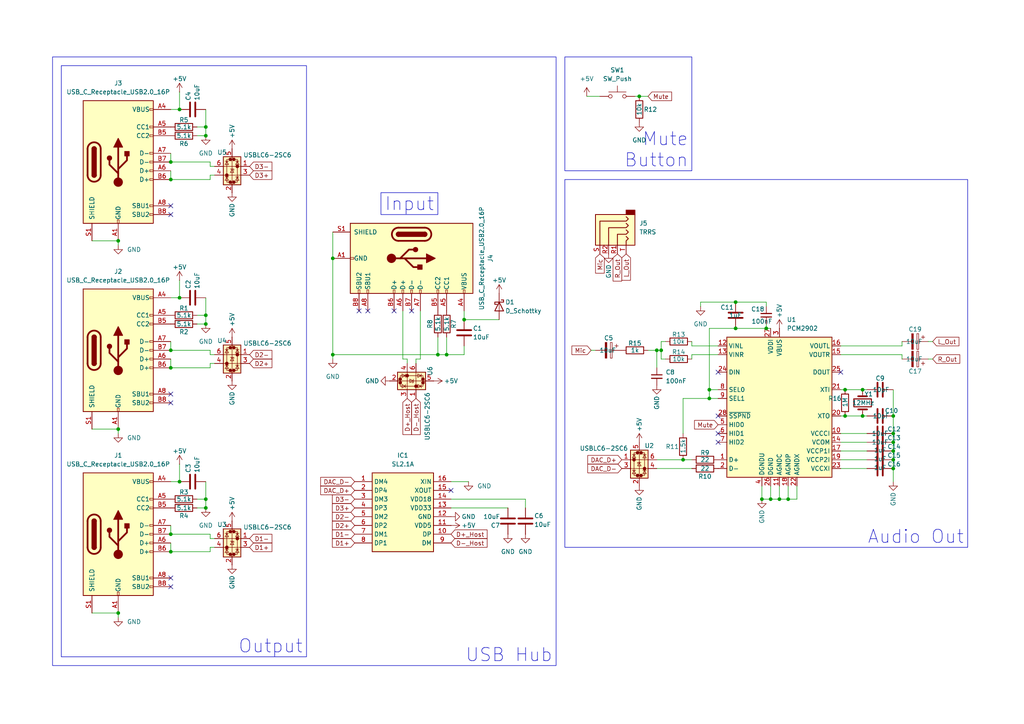
<source format=kicad_sch>
(kicad_sch (version 20250114) (generator "eeschema") (generator_version "9.0")
  (paper "A4")
  (lib_symbols
    (symbol "Audio:PCM2902"
      (property "Reference" "U" (at -14.732 21.59 0))
      (property "Value" "PCM2902" (at 10.922 21.59 0))
      (symbol "PCM2902_1_1"
        (pin input line (at -17.78 17.78 0) (length 2.54) (name "VINL") (number "12"))
        (pin input line (at -17.78 15.24 0) (length 2.54) (name "VINR") (number "13"))
        (pin input line (at -17.78 10.16 0) (length 2.54) (name "DIN") (number "24"))
        (pin input line (at -17.78 5.08 0) (length 2.54) (name "SEL0") (number "8"))
        (pin input line (at -17.78 2.54 0) (length 2.54) (name "SEL1") (number "9"))
        (pin output line (at -17.78 -2.54 0) (length 2.54) (name "~{SSPND}") (number "28"))
        (pin input line (at -17.78 -5.08 0) (length 2.54) (name "HID0") (number "5"))
        (pin input line (at -17.78 -7.62 0) (length 2.54) (name "HID1") (number "6"))
        (pin input line (at -17.78 -10.16 0) (length 2.54) (name "HID2") (number "7"))
        (pin bidirectional line (at -17.78 -15.24 0) (length 2.54) (name "D+") (number "1"))
        (pin bidirectional line (at -17.78 -17.78 0) (length 2.54) (name "D-") (number "2"))
        (pin power_in line (at -5.08 -22.86 90) (length 2.54) (name "DGNDU") (number "4"))
        (pin power_out line (at -2.54 22.86 270) (length 2.54) (name "VDDI") (number "27"))
        (pin power_in line (at -2.54 -22.86 90) (length 2.54) (name "DGND") (number "26"))
        (pin power_in line (at 0 22.86 270) (length 2.54) (name "VBUS") (number "3"))
        (pin power_in line (at 0 -22.86 90) (length 2.54) (name "AGNDC") (number "11"))
        (pin power_in line (at 2.54 -22.86 90) (length 2.54) (name "AGNDP") (number "18"))
        (pin power_in line (at 5.08 -22.86 90) (length 2.54) (name "AGNDX") (number "22"))
        (pin output line (at 17.78 17.78 180) (length 2.54) (name "VOUTL") (number "16"))
        (pin output line (at 17.78 15.24 180) (length 2.54) (name "VOUTR") (number "15"))
        (pin output line (at 17.78 10.16 180) (length 2.54) (name "DOUT") (number "25"))
        (pin input line (at 17.78 5.08 180) (length 2.54) (name "XTI") (number "21"))
        (pin output line (at 17.78 -2.54 180) (length 2.54) (name "XTO") (number "20"))
        (pin passive line (at 17.78 -7.62 180) (length 2.54) (name "VCCCI") (number "10"))
        (pin passive line (at 17.78 -10.16 180) (length 2.54) (name "VCOM") (number "14"))
        (pin passive line (at 17.78 -12.7 180) (length 2.54) (name "VCCP1I") (number "17"))
        (pin passive line (at 17.78 -15.24 180) (length 2.54) (name "VCCP2I") (number "19"))
        (pin passive line (at 17.78 -17.78 180) (length 2.54) (name "VCCXI") (number "23"))
      )
    )
    (symbol "Connector:USB_C_Receptacle_USB2.0_16P" (pin_names (offset 1.016))
      (property "Reference" "J" (at 0 22.225 0))
      (property "Value" "USB_C_Receptacle_USB2.0_16P" (at 0 19.685 0))
      (symbol "USB_C_Receptacle_USB2.0_16P_1_1"
        (pin passive line (at -7.62 -22.86 90) (length 5.08) (name "SHIELD") (number "S1"))
        (pin passive line (at 0 -22.86 90) (length 5.08) (name "GND") (number "A1"))
        (pin passive line (at 0 -22.86 90) (length 5.08) (hide yes) (name "GND") (number "A12"))
        (pin passive line (at 0 -22.86 90) (length 5.08) (hide yes) (name "GND") (number "B1"))
        (pin passive line (at 0 -22.86 90) (length 5.08) (hide yes) (name "GND") (number "B12"))
        (pin passive line (at 15.24 15.24 180) (length 5.08) (name "VBUS") (number "A4"))
        (pin passive line (at 15.24 15.24 180) (length 5.08) (hide yes) (name "VBUS") (number "A9"))
        (pin passive line (at 15.24 15.24 180) (length 5.08) (hide yes) (name "VBUS") (number "B4"))
        (pin passive line (at 15.24 15.24 180) (length 5.08) (hide yes) (name "VBUS") (number "B9"))
        (pin bidirectional line (at 15.24 10.16 180) (length 5.08) (name "CC1") (number "A5"))
        (pin bidirectional line (at 15.24 7.62 180) (length 5.08) (name "CC2") (number "B5"))
        (pin bidirectional line (at 15.24 2.54 180) (length 5.08) (name "D-") (number "A7"))
        (pin bidirectional line (at 15.24 0 180) (length 5.08) (name "D-") (number "B7"))
        (pin bidirectional line (at 15.24 -2.54 180) (length 5.08) (name "D+") (number "A6"))
        (pin bidirectional line (at 15.24 -5.08 180) (length 5.08) (name "D+") (number "B6"))
        (pin bidirectional line (at 15.24 -12.7 180) (length 5.08) (name "SBU1") (number "A8"))
        (pin bidirectional line (at 15.24 -15.24 180) (length 5.08) (name "SBU2") (number "B8"))
      )
    )
    (symbol "Connector_Audio:AudioJack4"
      (property "Reference" "J" (at 0 8.89 0))
      (property "Value" "AudioJack4" (at 0 6.35 0))
      (symbol "AudioJack4_1_1"
        (pin passive line (at 5.08 2.54 180) (length 2.54) (name "~") (number "S"))
        (pin passive line (at 5.08 0 180) (length 2.54) (name "~") (number "R2"))
        (pin passive line (at 5.08 -2.54 180) (length 2.54) (name "~") (number "R1"))
        (pin passive line (at 5.08 -5.08 180) (length 2.54) (name "~") (number "T"))
      )
    )
    (symbol "Device:C" (pin_numbers (hide yes)) (pin_names (offset 0.254))
      (property "Reference" "C" (at 0.635 2.54 0))
      (property "Value" "C" (at 0.635 -2.54 0))
      (symbol "C_1_1"
        (pin passive line (at 0 3.81 270) (length 2.794) (name "~") (number "1"))
        (pin passive line (at 0 -3.81 90) (length 2.794) (name "~") (number "2"))
      )
    )
    (symbol "Device:C_Polarized" (pin_numbers (hide yes)) (pin_names (offset 0.254))
      (property "Reference" "C" (at 0.635 2.54 0))
      (property "Value" "C_Polarized" (at 0.635 -2.54 0))
      (symbol "C_Polarized_1_1"
        (pin passive line (at 0 3.81 270) (length 2.794) (name "~") (number "1"))
        (pin passive line (at 0 -3.81 90) (length 2.794) (name "~") (number "2"))
      )
    )
    (symbol "Device:C_Small" (pin_numbers (hide yes)) (pin_names (offset 0.254) (hide yes))
      (property "Reference" "C" (at 0.254 1.778 0))
      (property "Value" "C_Small" (at 0.254 -2.032 0))
      (symbol "C_Small_1_1"
        (pin passive line (at 0 2.54 270) (length 2.032) (name "~") (number "1"))
        (pin passive line (at 0 -2.54 90) (length 2.032) (name "~") (number "2"))
      )
    )
    (symbol "Device:Crystal" (pin_numbers (hide yes)) (pin_names (offset 1.016) (hide yes))
      (property "Reference" "Y" (at 0 3.81 0))
      (property "Value" "Crystal" (at 0 -3.81 0))
      (symbol "Crystal_1_1"
        (pin passive line (at -3.81 0 0) (length 1.27) (name "1") (number "1"))
        (pin passive line (at 3.81 0 180) (length 1.27) (name "2") (number "2"))
      )
    )
    (symbol "Device:D_Schottky" (pin_numbers (hide yes)) (pin_names (offset 1.016) (hide yes))
      (property "Reference" "D" (at 0 2.54 0))
      (property "Value" "D_Schottky" (at 0 -2.54 0))
      (symbol "D_Schottky_1_1"
        (pin passive line (at -3.81 0 0) (length 2.54) (name "K") (number "1"))
        (pin passive line (at 3.81 0 180) (length 2.54) (name "A") (number "2"))
      )
    )
    (symbol "Device:R" (pin_numbers (hide yes)) (pin_names (offset 0))
      (property "Reference" "R" (at 2.032 0 90))
      (property "Value" "R" (at 0 0 90))
      (symbol "R_1_1"
        (pin passive line (at 0 3.81 270) (length 1.27) (name "~") (number "1"))
        (pin passive line (at 0 -3.81 90) (length 1.27) (name "~") (number "2"))
      )
    )
    (symbol "Power_Protection:USBLC6-2SC6" (pin_names (hide yes))
      (property "Reference" "U" (at 0.635 5.715 0))
      (property "Value" "USBLC6-2SC6" (at 0.635 3.81 0))
      (symbol "USBLC6-2SC6_1_1"
        (pin passive line (at -5.08 0 0) (length 2.54) (name "I/O1") (number "1"))
        (pin passive line (at -5.08 -2.54 0) (length 2.54) (name "I/O2") (number "3"))
        (pin passive line (at 0 5.08 270) (length 2.54) (name "VBUS") (number "5"))
        (pin passive line (at 0 -7.62 90) (length 2.54) (name "GND") (number "2"))
        (pin passive line (at 5.08 0 180) (length 2.54) (name "I/O1") (number "6"))
        (pin passive line (at 5.08 -2.54 180) (length 2.54) (name "I/O2") (number "4"))
      )
    )
    (symbol "SL2_1A:SL2.1A"
      (property "Reference" "IC" (at 24.13 7.62 0))
      (property "Value" "SL2.1A" (at 24.13 5.08 0))
      (symbol "SL2.1A_1_1"
        (pin passive line (at 0 0 0) (length 5.08) (name "DM4") (number "1"))
        (pin passive line (at 0 -2.54 0) (length 5.08) (name "DP4") (number "2"))
        (pin passive line (at 0 -5.08 0) (length 5.08) (name "DM3") (number "3"))
        (pin passive line (at 0 -7.62 0) (length 5.08) (name "DP3") (number "4"))
        (pin passive line (at 0 -10.16 0) (length 5.08) (name "DM2") (number "5"))
        (pin passive line (at 0 -12.7 0) (length 5.08) (name "DP2") (number "6"))
        (pin passive line (at 0 -15.24 0) (length 5.08) (name "DM1") (number "7"))
        (pin passive line (at 0 -17.78 0) (length 5.08) (name "DP1") (number "8"))
        (pin passive line (at 27.94 0 180) (length 5.08) (name "XIN") (number "16"))
        (pin passive line (at 27.94 -2.54 180) (length 5.08) (name "XOUT") (number "15"))
        (pin passive line (at 27.94 -5.08 180) (length 5.08) (name "VDD18") (number "14"))
        (pin passive line (at 27.94 -7.62 180) (length 5.08) (name "VDD33") (number "13"))
        (pin passive line (at 27.94 -10.16 180) (length 5.08) (name "GND") (number "12"))
        (pin passive line (at 27.94 -12.7 180) (length 5.08) (name "VDD5") (number "11"))
        (pin passive line (at 27.94 -15.24 180) (length 5.08) (name "DP") (number "10"))
        (pin passive line (at 27.94 -17.78 180) (length 5.08) (name "DM") (number "9"))
      )
    )
    (symbol "Switch:SW_Push" (pin_numbers (hide yes)) (pin_names (offset 1.016) (hide yes))
      (property "Reference" "SW" (at 1.27 2.54 0))
      (property "Value" "SW_Push" (at 0 -1.524 0))
      (symbol "SW_Push_0_1"
        (pin passive line (at -5.08 0 0) (length 2.54) (name "1") (number "1"))
        (pin passive line (at 5.08 0 180) (length 2.54) (name "2") (number "2"))
      )
    )
    (symbol "power:+5V" (power) (pin_numbers (hide yes)) (pin_names (offset 0) (hide yes))
      (property "Value" "+5V" (at 0 3.556 0))
      (symbol "+5V_1_1"
        (pin power_in line (at 0 0 90) (length 0) (name "~") (number "1"))
      )
    )
    (symbol "power:GND" (power) (pin_numbers (hide yes)) (pin_names (offset 0) (hide yes))
      (property "Value" "GND" (at 0 -3.81 0))
      (symbol "GND_1_1"
        (pin power_in line (at 0 0 270) (length 0) (name "~") (number "1"))
      )
    )
  )
  (text_box "Audio Out" (at 163.83 52.07 0) (size 116.84 106.68) (margins 0.9525 0.9525 0.9525 0.9525) (effects (font (size 3.81 3.81)) (justify right bottom)))
  (text_box "USB Hub" (at 15.24 16.51 0) (size 146.05 176.53) (margins 0.9525 0.9525 0.9525 0.9525) (effects (font (size 3.81 3.81)) (justify right bottom)))
  (text_box "Output" (at 17.78 19.05 0) (size 71.12 171.45) (margins 0.9525 0.9525 0.9525 0.9525) (effects (font (size 3.81 3.81)) (justify right bottom)))
  (text_box "Input" (at 110.49 55.88 0) (size 16.51 6.35) (margins 0.9525 0.9525 0.9525 0.9525) (effects (font (size 3.81 3.81)) (justify right bottom)))
  (text_box "Mute Button" (at 163.83 16.51 0) (size 36.83 33.02) (margins 0.9525 0.9525 0.9525 0.9525) (effects (font (size 3.81 3.81)) (justify right bottom)))
  (junction (at 34.29 69.85))
  (junction (at 127 102.87))
  (junction (at 49.53 160.02))
  (junction (at 205.74 113.03))
  (junction (at 250.19 113.03))
  (junction (at 223.52 144.78))
  (junction (at 259.08 133.35))
  (junction (at 245.11 113.03))
  (junction (at 49.53 106.68))
  (junction (at 213.36 87.63))
  (junction (at 259.08 125.73))
  (junction (at 34.29 177.8))
  (junction (at 59.69 91.44))
  (junction (at 191.77 101.6))
  (junction (at 49.53 46.99))
  (junction (at 228.6 144.78))
  (junction (at 52.07 31.75))
  (junction (at 59.69 147.32))
  (junction (at 59.69 36.83))
  (junction (at 259.08 130.81))
  (junction (at 190.5 101.6))
  (junction (at 129.54 102.87))
  (junction (at 259.08 120.65))
  (junction (at 49.53 154.94))
  (junction (at 222.25 95.25))
  (junction (at 205.74 115.57))
  (junction (at 226.06 144.78))
  (junction (at 34.29 124.46))
  (junction (at 185.42 27.94))
  (junction (at 213.36 95.25))
  (junction (at 96.52 102.87))
  (junction (at 259.08 135.89))
  (junction (at 245.11 120.65))
  (junction (at 49.53 52.07))
  (junction (at 59.69 144.78))
  (junction (at 52.07 139.7))
  (junction (at 134.62 92.71))
  (junction (at 259.08 128.27))
  (junction (at 96.52 74.93))
  (junction (at 59.69 93.98))
  (junction (at 52.07 86.36))
  (junction (at 49.53 101.6))
  (junction (at 59.69 39.37))
  (junction (at 250.19 120.65))
  (junction (at 198.12 133.35))
  (junction (at 220.98 144.78))
  (no_connect (at 243.84 107.95))
  (no_connect (at 208.28 128.27))
  (no_connect (at 130.81 142.24))
  (no_connect (at 114.3 90.17))
  (no_connect (at 208.28 120.65))
  (no_connect (at 104.14 90.17))
  (no_connect (at 208.28 107.95))
  (no_connect (at 49.53 59.69))
  (no_connect (at 49.53 167.64))
  (no_connect (at 49.53 62.23))
  (no_connect (at 119.38 90.17))
  (no_connect (at 49.53 170.18))
  (no_connect (at 49.53 114.3))
  (no_connect (at 208.28 125.73))
  (no_connect (at 106.68 90.17))
  (no_connect (at 49.53 116.84))
  (wire (pts (xy 129.54 97.79) (xy 129.54 102.87)))
  (wire (pts (xy 243.84 130.81) (xy 251.46 130.81)))
  (wire (pts (xy 52.07 86.36) (xy 49.53 86.36)))
  (wire (pts (xy 49.53 157.48) (xy 49.53 160.02)))
  (wire (pts (xy 190.5 101.6) (xy 190.5 106.68)))
  (wire (pts (xy 226.06 144.78) (xy 223.52 144.78)))
  (wire (pts (xy 52.07 134.62) (xy 52.07 139.7)))
  (wire (pts (xy 34.29 177.8) (xy 34.29 179.07)))
  (wire (pts (xy 228.6 144.78) (xy 226.06 144.78)))
  (wire (pts (xy 222.25 87.63) (xy 222.25 88.9)))
  (wire (pts (xy 134.62 92.71) (xy 134.62 90.17)))
  (wire (pts (xy 60.96 46.99) (xy 60.96 48.26)))
  (wire (pts (xy 62.23 158.75) (xy 60.96 158.75)))
  (wire (pts (xy 205.74 113.03) (xy 205.74 115.57)))
  (wire (pts (xy 120.65 104.14) (xy 120.65 105.41)))
  (wire (pts (xy 250.19 113.03) (xy 251.46 113.03)))
  (wire (pts (xy 190.5 133.35) (xy 198.12 133.35)))
  (wire (pts (xy 49.53 152.4) (xy 49.53 154.94)))
  (wire (pts (xy 60.96 105.41) (xy 60.96 106.68)))
  (wire (pts (xy 130.81 139.7) (xy 135.89 139.7)))
  (wire (pts (xy 60.96 106.68) (xy 49.53 106.68)))
  (wire (pts (xy 223.52 144.78) (xy 220.98 144.78)))
  (wire (pts (xy 134.62 102.87) (xy 134.62 100.33)))
  (wire (pts (xy 245.11 120.65) (xy 250.19 120.65)))
  (wire (pts (xy 261.62 102.87) (xy 261.62 104.14)))
  (wire (pts (xy 62.23 105.41) (xy 60.96 105.41)))
  (wire (pts (xy 226.06 140.97) (xy 226.06 144.78)))
  (wire (pts (xy 200.66 100.33) (xy 200.66 99.06)))
  (wire (pts (xy 205.74 95.25) (xy 205.74 113.03)))
  (wire (pts (xy 60.96 156.21) (xy 62.23 156.21)))
  (wire (pts (xy 60.96 160.02) (xy 49.53 160.02)))
  (wire (pts (xy 205.74 95.25) (xy 213.36 95.25)))
  (wire (pts (xy 259.08 135.89) (xy 259.08 139.7)))
  (wire (pts (xy 200.66 102.87) (xy 208.28 102.87)))
  (wire (pts (xy 259.08 113.03) (xy 259.08 120.65)))
  (wire (pts (xy 185.42 27.94) (xy 184.15 27.94)))
  (wire (pts (xy 152.4 147.32) (xy 152.4 144.78)))
  (wire (pts (xy 129.54 102.87) (xy 127 102.87)))
  (wire (pts (xy 269.24 99.06) (xy 270.51 99.06)))
  (wire (pts (xy 118.11 105.41) (xy 118.11 104.14)))
  (wire (pts (xy 191.77 99.06) (xy 193.04 99.06)))
  (wire (pts (xy 59.69 36.83) (xy 59.69 39.37)))
  (wire (pts (xy 52.07 31.75) (xy 49.53 31.75)))
  (wire (pts (xy 96.52 67.31) (xy 96.52 74.93)))
  (wire (pts (xy 49.53 99.06) (xy 49.53 101.6)))
  (wire (pts (xy 49.53 154.94) (xy 60.96 154.94)))
  (wire (pts (xy 59.69 39.37) (xy 57.15 39.37)))
  (wire (pts (xy 259.08 130.81) (xy 259.08 133.35)))
  (wire (pts (xy 52.07 81.28) (xy 52.07 86.36)))
  (wire (pts (xy 52.07 26.67) (xy 52.07 31.75)))
  (wire (pts (xy 60.96 102.87) (xy 62.23 102.87)))
  (wire (pts (xy 250.19 120.65) (xy 251.46 120.65)))
  (wire (pts (xy 203.2 87.63) (xy 213.36 87.63)))
  (wire (pts (xy 243.84 100.33) (xy 261.62 100.33)))
  (wire (pts (xy 222.25 93.98) (xy 222.25 95.25)))
  (wire (pts (xy 26.67 177.8) (xy 34.29 177.8)))
  (wire (pts (xy 59.69 91.44) (xy 59.69 93.98)))
  (wire (pts (xy 190.5 135.89) (xy 200.66 135.89)))
  (wire (pts (xy 259.08 120.65) (xy 259.08 125.73)))
  (wire (pts (xy 59.69 36.83) (xy 57.15 36.83)))
  (wire (pts (xy 96.52 102.87) (xy 96.52 104.14)))
  (wire (pts (xy 243.84 125.73) (xy 251.46 125.73)))
  (wire (pts (xy 243.84 135.89) (xy 251.46 135.89)))
  (wire (pts (xy 198.12 133.35) (xy 200.66 133.35)))
  (wire (pts (xy 127 97.79) (xy 127 102.87)))
  (wire (pts (xy 130.81 144.78) (xy 152.4 144.78)))
  (wire (pts (xy 208.28 113.03) (xy 205.74 113.03)))
  (wire (pts (xy 190.5 101.6) (xy 191.77 101.6)))
  (wire (pts (xy 59.69 93.98) (xy 57.15 93.98)))
  (wire (pts (xy 205.74 115.57) (xy 208.28 115.57)))
  (wire (pts (xy 62.23 50.8) (xy 60.96 50.8)))
  (wire (pts (xy 60.96 52.07) (xy 49.53 52.07)))
  (wire (pts (xy 49.53 49.53) (xy 49.53 52.07)))
  (wire (pts (xy 26.67 69.85) (xy 34.29 69.85)))
  (wire (pts (xy 59.69 147.32) (xy 57.15 147.32)))
  (wire (pts (xy 127 102.87) (xy 96.52 102.87)))
  (wire (pts (xy 198.12 125.73) (xy 198.12 115.57)))
  (wire (pts (xy 116.84 104.14) (xy 116.84 90.17)))
  (wire (pts (xy 130.81 147.32) (xy 147.32 147.32)))
  (wire (pts (xy 59.69 144.78) (xy 59.69 147.32)))
  (wire (pts (xy 129.54 102.87) (xy 134.62 102.87)))
  (wire (pts (xy 121.92 90.17) (xy 121.92 104.14)))
  (wire (pts (xy 223.52 140.97) (xy 223.52 144.78)))
  (wire (pts (xy 96.52 74.93) (xy 96.52 102.87)))
  (wire (pts (xy 198.12 115.57) (xy 205.74 115.57)))
  (wire (pts (xy 60.96 101.6) (xy 60.96 102.87)))
  (wire (pts (xy 49.53 46.99) (xy 60.96 46.99)))
  (wire (pts (xy 220.98 144.78) (xy 220.98 140.97)))
  (wire (pts (xy 59.69 91.44) (xy 57.15 91.44)))
  (wire (pts (xy 243.84 120.65) (xy 245.11 120.65)))
  (wire (pts (xy 269.24 104.14) (xy 270.51 104.14)))
  (wire (pts (xy 203.2 87.63) (xy 203.2 88.9)))
  (wire (pts (xy 59.69 91.44) (xy 59.69 86.36)))
  (wire (pts (xy 49.53 44.45) (xy 49.53 46.99)))
  (wire (pts (xy 49.53 101.6) (xy 60.96 101.6)))
  (wire (pts (xy 118.11 104.14) (xy 116.84 104.14)))
  (wire (pts (xy 187.96 101.6) (xy 190.5 101.6)))
  (wire (pts (xy 261.62 100.33) (xy 261.62 99.06)))
  (wire (pts (xy 187.96 27.94) (xy 185.42 27.94)))
  (wire (pts (xy 259.08 133.35) (xy 259.08 135.89)))
  (wire (pts (xy 191.77 99.06) (xy 191.77 101.6)))
  (wire (pts (xy 191.77 101.6) (xy 191.77 104.14)))
  (wire (pts (xy 59.69 144.78) (xy 57.15 144.78)))
  (wire (pts (xy 60.96 48.26) (xy 62.23 48.26)))
  (wire (pts (xy 200.66 100.33) (xy 208.28 100.33)))
  (wire (pts (xy 243.84 113.03) (xy 245.11 113.03)))
  (wire (pts (xy 49.53 104.14) (xy 49.53 106.68)))
  (wire (pts (xy 60.96 158.75) (xy 60.96 160.02)))
  (wire (pts (xy 191.77 104.14) (xy 193.04 104.14)))
  (wire (pts (xy 245.11 113.03) (xy 250.19 113.03)))
  (wire (pts (xy 231.14 144.78) (xy 228.6 144.78)))
  (wire (pts (xy 259.08 125.73) (xy 259.08 128.27)))
  (wire (pts (xy 200.66 104.14) (xy 200.66 102.87)))
  (wire (pts (xy 228.6 140.97) (xy 228.6 144.78)))
  (wire (pts (xy 243.84 128.27) (xy 251.46 128.27)))
  (wire (pts (xy 34.29 69.85) (xy 34.29 71.12)))
  (wire (pts (xy 134.62 92.71) (xy 144.78 92.71)))
  (wire (pts (xy 213.36 87.63) (xy 222.25 87.63)))
  (wire (pts (xy 59.69 36.83) (xy 59.69 31.75)))
  (wire (pts (xy 243.84 133.35) (xy 251.46 133.35)))
  (wire (pts (xy 121.92 104.14) (xy 120.65 104.14)))
  (wire (pts (xy 60.96 154.94) (xy 60.96 156.21)))
  (wire (pts (xy 34.29 125.73) (xy 34.29 124.46)))
  (wire (pts (xy 231.14 140.97) (xy 231.14 144.78)))
  (wire (pts (xy 222.25 95.25) (xy 223.52 95.25)))
  (wire (pts (xy 52.07 139.7) (xy 49.53 139.7)))
  (wire (pts (xy 259.08 128.27) (xy 259.08 130.81)))
  (wire (pts (xy 171.45 101.6) (xy 172.72 101.6)))
  (wire (pts (xy 59.69 139.7) (xy 59.69 144.78)))
  (wire (pts (xy 170.18 27.94) (xy 173.99 27.94)))
  (wire (pts (xy 60.96 50.8) (xy 60.96 52.07)))
  (wire (pts (xy 213.36 95.25) (xy 222.25 95.25)))
  (wire (pts (xy 243.84 102.87) (xy 261.62 102.87)))
  (wire (pts (xy 26.67 124.46) (xy 34.29 124.46)))
  (global_label "D+_Host" (shape input) (at 118.11 115.57 270) (property "Intersheetrefs" "${INTERSHEET_REFS}" (effects (hide yes))))
  (global_label "DAC_D+" (shape input) (at 180.34 133.35 180) (property "Intersheetrefs" "${INTERSHEET_REFS}" (effects (hide yes))))
  (global_label "DAC_D-" (shape input) (at 180.34 135.89 180) (property "Intersheetrefs" "${INTERSHEET_REFS}" (effects (hide yes))))
  (global_label "R_Out" (shape input) (at 270.51 104.14 0) (property "Intersheetrefs" "${INTERSHEET_REFS}" (effects (hide yes))))
  (global_label "D3-" (shape input) (at 72.39 48.26 0) (property "Intersheetrefs" "${INTERSHEET_REFS}" (effects (hide yes))))
  (global_label "D3+" (shape input) (at 72.39 50.8 0) (property "Intersheetrefs" "${INTERSHEET_REFS}" (effects (hide yes))))
  (global_label "D3-" (shape input) (at 102.87 144.78 180) (property "Intersheetrefs" "${INTERSHEET_REFS}" (effects (hide yes))))
  (global_label "Mic" (shape input) (at 173.99 73.66 270) (property "Intersheetrefs" "${INTERSHEET_REFS}" (effects (hide yes))))
  (global_label "D1-" (shape input) (at 72.39 156.21 0) (property "Intersheetrefs" "${INTERSHEET_REFS}" (effects (hide yes))))
  (global_label "D2+" (shape input) (at 72.39 105.41 0) (property "Intersheetrefs" "${INTERSHEET_REFS}" (effects (hide yes))))
  (global_label "R_Out" (shape input) (at 179.07 73.66 270) (property "Intersheetrefs" "${INTERSHEET_REFS}" (effects (hide yes))))
  (global_label "D1+" (shape input) (at 72.39 158.75 0) (property "Intersheetrefs" "${INTERSHEET_REFS}" (effects (hide yes))))
  (global_label "D1-" (shape input) (at 102.87 154.94 180) (property "Intersheetrefs" "${INTERSHEET_REFS}" (effects (hide yes))))
  (global_label "D-_Host" (shape input) (at 120.65 115.57 270) (property "Intersheetrefs" "${INTERSHEET_REFS}" (effects (hide yes))))
  (global_label "D2+" (shape input) (at 102.87 152.4 180) (property "Intersheetrefs" "${INTERSHEET_REFS}" (effects (hide yes))))
  (global_label "Mute" (shape input) (at 187.96 27.94 0) (property "Intersheetrefs" "${INTERSHEET_REFS}" (effects (hide yes))))
  (global_label "L_Out" (shape input) (at 181.61 73.66 270) (property "Intersheetrefs" "${INTERSHEET_REFS}" (effects (hide yes))))
  (global_label "D2-" (shape input) (at 102.87 149.86 180) (property "Intersheetrefs" "${INTERSHEET_REFS}" (effects (hide yes))))
  (global_label "Mute" (shape input) (at 208.28 123.19 180) (property "Intersheetrefs" "${INTERSHEET_REFS}" (effects (hide yes))))
  (global_label "L_Out" (shape input) (at 270.51 99.06 0) (property "Intersheetrefs" "${INTERSHEET_REFS}" (effects (hide yes))))
  (global_label "DAC_D+" (shape input) (at 102.87 142.24 180) (property "Intersheetrefs" "${INTERSHEET_REFS}" (effects (hide yes))))
  (global_label "D+_Host" (shape input) (at 130.81 154.94 0) (property "Intersheetrefs" "${INTERSHEET_REFS}" (effects (hide yes))))
  (global_label "DAC_D-" (shape input) (at 102.87 139.7 180) (property "Intersheetrefs" "${INTERSHEET_REFS}" (effects (hide yes))))
  (global_label "Mic" (shape input) (at 171.45 101.6 180) (property "Intersheetrefs" "${INTERSHEET_REFS}" (effects (hide yes))))
  (global_label "D2-" (shape input) (at 72.39 102.87 0) (property "Intersheetrefs" "${INTERSHEET_REFS}" (effects (hide yes))))
  (global_label "D3+" (shape input) (at 102.87 147.32 180) (property "Intersheetrefs" "${INTERSHEET_REFS}" (effects (hide yes))))
  (global_label "D1+" (shape input) (at 102.87 157.48 180) (property "Intersheetrefs" "${INTERSHEET_REFS}" (effects (hide yes))))
  (global_label "D-_Host" (shape input) (at 130.81 157.48 0) (property "Intersheetrefs" "${INTERSHEET_REFS}" (effects (hide yes))))
  (symbol (lib_id "Device:R") (at 245.11 116.84 0) (mirror y) (unit 1)
    (property "Reference" "R16" (at 244.094 115.57 0) (effects (justify left)))
    (property "Value" "1M" (at 245.11 118.11 90) (effects (justify left)))
    (property "Footprint" "Resistor_SMD:R_1206_3216Metric_Pad1.30x1.75mm_HandSolder" (effects (hide yes)))
    (property "Description" "Resistor" (effects (hide yes)))
  )
  (symbol (lib_id "Device:C") (at 255.27 128.27 90) (unit 1)
    (property "Reference" "C13" (at 259.334 127 90))
    (property "Value" "10uF" (at 255.27 128.27 90))
    (property "Footprint" "Capacitor_SMD:C_1206_3216Metric_Pad1.33x1.80mm_HandSolder" (effects (hide yes)))
    (property "Description" "Unpolarized capacitor" (effects (hide yes)))
  )
  (symbol (lib_id "Device:R") (at 185.42 31.75 0) (unit 1)
    (property "Reference" "R12" (at 186.69 31.75 0) (effects (justify left)))
    (property "Value" "10k" (at 185.42 33.528 90) (effects (justify left)))
    (property "Footprint" "Resistor_SMD:R_1206_3216Metric_Pad1.30x1.75mm_HandSolder" (effects (hide yes)))
    (property "Description" "Resistor" (effects (hide yes)))
  )
  (symbol (lib_id "Connector:USB_C_Receptacle_USB2.0_16P") (at 34.29 101.6 0) (unit 1)
    (property "Reference" "J2" (at 34.29 78.74 0))
    (property "Value" "USB_C_Receptacle_USB2.0_16P" (at 34.29 81.28 0))
    (property "Footprint" "Connector_USB:USB_C_Receptacle_GCT_USB4110" (effects (hide yes)))
    (property "Datasheet" "https://www.usb.org/sites/default/files/documents/usb_type-c.zip" (effects (hide yes)))
    (property "Description" "USB 2.0-only 16P Type-C Receptacle connector" (effects (hide yes)))
  )
  (symbol (lib_id "power:+5V") (at 170.18 27.94 0) (unit 1)
    (property "Reference" "#PWR09" (effects (hide yes)))
    (property "Value" "+5V" (at 170.18 22.86 0))
    (property "Description" "Power symbol creates a global label with name \"+5V\"" (effects (hide yes)))
  )
  (symbol (lib_id "power:+5V") (at 67.31 97.79 0) (unit 1)
    (property "Reference" "#PWR019" (effects (hide yes)))
    (property "Value" "+5V" (at 67.31 94.742 90) (effects (justify left)))
    (property "Description" "Power symbol creates a global label with name \"+5V\"" (effects (hide yes)))
  )
  (symbol (lib_id "Device:C") (at 152.4 151.13 180) (unit 1)
    (property "Reference" "C6" (at 154.94 149.606 0) (effects (justify right)))
    (property "Value" "10uF" (at 154.94 152.146 0) (effects (justify right)))
    (property "Footprint" "Capacitor_SMD:C_1206_3216Metric_Pad1.33x1.80mm_HandSolder" (effects (hide yes)))
    (property "Description" "Unpolarized capacitor" (effects (hide yes)))
  )
  (symbol (lib_id "Device:C") (at 147.32 151.13 180) (unit 1)
    (property "Reference" "C7" (at 145.034 152.4 0) (effects (justify left)))
    (property "Value" "10uF" (at 145.034 149.86 0) (effects (justify left)))
    (property "Footprint" "Capacitor_SMD:C_1206_3216Metric_Pad1.33x1.80mm_HandSolder" (effects (hide yes)))
    (property "Description" "Unpolarized capacitor" (effects (hide yes)))
  )
  (symbol (lib_id "Device:C") (at 255.27 125.73 90) (unit 1)
    (property "Reference" "C12" (at 259.334 124.46 90))
    (property "Value" "10uF" (at 255.27 125.73 90))
    (property "Footprint" "Capacitor_SMD:C_1206_3216Metric_Pad1.33x1.80mm_HandSolder" (effects (hide yes)))
    (property "Description" "Unpolarized capacitor" (effects (hide yes)))
  )
  (symbol (lib_id "Device:C") (at 255.27 113.03 90) (unit 1)
    (property "Reference" "C9" (at 255.27 109.728 90))
    (property "Value" "10pF" (at 255.524 113.03 90))
    (property "Footprint" "Capacitor_SMD:C_1206_3216Metric_Pad1.33x1.80mm_HandSolder" (effects (hide yes)))
    (property "Description" "Unpolarized capacitor" (effects (hide yes)))
  )
  (symbol (lib_id "power:GND") (at 59.69 147.32 0) (unit 1)
    (property "Reference" "#PWR031" (effects (hide yes)))
    (property "Value" "GND" (at 59.69 152.4 0))
    (property "Description" "Power symbol creates a global label with name \"GND\" , ground" (effects (hide yes)))
  )
  (symbol (lib_id "Device:R") (at 204.47 133.35 90) (unit 1)
    (property "Reference" "R9" (at 204.47 131.318 90))
    (property "Value" "22" (at 204.47 133.35 90))
    (property "Footprint" "Resistor_SMD:R_1206_3216Metric_Pad1.30x1.75mm_HandSolder" (effects (hide yes)))
    (property "Description" "Resistor" (effects (hide yes)))
  )
  (symbol (lib_id "Device:R") (at 129.54 93.98 0) (unit 1)
    (property "Reference" "R7" (at 131.572 93.98 90))
    (property "Value" "5.1k" (at 129.54 93.98 90))
    (property "Footprint" "Resistor_SMD:R_1206_3216Metric_Pad1.30x1.75mm_HandSolder" (effects (hide yes)))
    (property "Description" "Resistor" (effects (hide yes)))
  )
  (symbol (lib_id "Power_Protection:USBLC6-2SC6") (at 67.31 102.87 0) (mirror y) (unit 1)
    (property "Reference" "U4" (at 65.786 98.806 0) (effects (justify left)))
    (property "Value" "USBLC6-2SC6" (at 84.582 99.568 0) (effects (justify left)))
    (property "Footprint" "Package_TO_SOT_SMD:SOT-23-6" (effects (hide yes)))
    (property "Datasheet" "https://www.st.com/resource/en/datasheet/usblc6-2.pdf" (effects (hide yes)))
    (property "Description" "Very low capacitance ESD protection diode, 2 data-line, SOT-23-6" (effects (hide yes)))
  )
  (symbol (lib_id "power:GND") (at 113.03 110.49 270) (unit 1)
    (property "Reference" "#PWR024" (effects (hide yes)))
    (property "Value" "GND" (at 107.95 110.49 90))
    (property "Description" "Power symbol creates a global label with name \"GND\" , ground" (effects (hide yes)))
  )
  (symbol (lib_id "Device:R") (at 53.34 36.83 90) (unit 1)
    (property "Reference" "R5" (at 53.34 34.798 90))
    (property "Value" "5.1k" (at 53.34 36.83 90))
    (property "Footprint" "Resistor_SMD:R_1206_3216Metric_Pad1.30x1.75mm_HandSolder" (effects (hide yes)))
    (property "Description" "Resistor" (effects (hide yes)))
  )
  (symbol (lib_id "Device:C") (at 255.27 130.81 90) (unit 1)
    (property "Reference" "C14" (at 259.334 129.54 90))
    (property "Value" "1uF" (at 255.27 130.556 90))
    (property "Footprint" "Capacitor_SMD:C_1206_3216Metric_Pad1.33x1.80mm_HandSolder" (effects (hide yes)))
    (property "Description" "Unpolarized capacitor" (effects (hide yes)))
  )
  (symbol (lib_id "power:GND") (at 259.08 139.7 0) (unit 1)
    (property "Reference" "#PWR012" (effects (hide yes)))
    (property "Value" "GND" (at 259.08 144.78 90))
    (property "Description" "Power symbol creates a global label with name \"GND\" , ground" (effects (hide yes)))
  )
  (symbol (lib_id "Device:C_Small") (at 190.5 109.22 0) (unit 1)
    (property "Reference" "C8" (at 193.04 107.9562 0) (effects (justify left)))
    (property "Value" "100nF" (at 193.04 110.4962 0) (effects (justify left)))
    (property "Footprint" "Capacitor_SMD:C_1206_3216Metric_Pad1.33x1.80mm_HandSolder" (effects (hide yes)))
    (property "Description" "Unpolarized capacitor, small symbol" (effects (hide yes)))
  )
  (symbol (lib_id "Device:R") (at 196.85 104.14 90) (unit 1)
    (property "Reference" "R14" (at 196.85 102.108 90))
    (property "Value" "10k" (at 196.85 104.14 90))
    (property "Footprint" "Resistor_SMD:R_1206_3216Metric_Pad1.30x1.75mm_HandSolder" (effects (hide yes)))
    (property "Description" "Resistor" (effects (hide yes)))
  )
  (symbol (lib_id "power:GND") (at 96.52 104.14 0) (unit 1)
    (property "Reference" "#PWR06" (effects (hide yes)))
    (property "Value" "GND" (at 96.52 109.22 0))
    (property "Description" "Power symbol creates a global label with name \"GND\" , ground" (effects (hide yes)))
  )
  (symbol (lib_id "Switch:SW_Push") (at 179.07 27.94 0) (unit 1)
    (property "Reference" "SW1" (at 179.07 20.32 0))
    (property "Value" "SW_Push" (at 179.07 22.86 0))
    (property "Footprint" "Button_Switch_THT:SW_PUSH-12mm_Wuerth-430476085716" (effects (hide yes)))
    (property "Description" "Push button switch, generic, two pins" (effects (hide yes)))
  )
  (symbol (lib_id "Device:C") (at 55.88 86.36 270) (unit 1)
    (property "Reference" "C2" (at 54.61 83.82 0) (effects (justify right)))
    (property "Value" "10uF" (at 57.15 83.82 0) (effects (justify right)))
    (property "Footprint" "Capacitor_SMD:C_1206_3216Metric_Pad1.33x1.80mm_HandSolder" (effects (hide yes)))
    (property "Description" "Unpolarized capacitor" (effects (hide yes)))
  )
  (symbol (lib_id "Audio:PCM2902") (at 226.06 118.11 0) (unit 1)
    (property "Reference" "U1" (at 228.2033 92.71 0) (effects (justify left)))
    (property "Value" "PCM2902" (at 228.2033 95.25 0) (effects (justify left)))
    (property "Footprint" "Package_SO:SSOP-28_5.3x10.2mm_P0.65mm" (effects (hide yes)))
    (property "Datasheet" "http://www.ti.com/lit/ds/symlink/pcm2902c.pdf" (effects (hide yes)))
    (property "Description" "Stereo Audio Codec with USB interface, Analog Input/Output, and S/PDIF, SSOP-28" (effects (hide yes)))
  )
  (symbol (lib_id "Power_Protection:USBLC6-2SC6") (at 185.42 133.35 0) (unit 1)
    (property "Reference" "U2" (at 186.944 129.286 0) (effects (justify left)))
    (property "Value" "USBLC6-2SC6" (at 168.148 130.048 0) (effects (justify left)))
    (property "Footprint" "Package_TO_SOT_SMD:SOT-23-6" (effects (hide yes)))
    (property "Datasheet" "https://www.st.com/resource/en/datasheet/usblc6-2.pdf" (effects (hide yes)))
    (property "Description" "Very low capacitance ESD protection diode, 2 data-line, SOT-23-6" (effects (hide yes)))
  )
  (symbol (lib_id "power:+5V") (at 185.42 128.27 0) (unit 1)
    (property "Reference" "#PWR016" (effects (hide yes)))
    (property "Value" "+5V" (at 185.42 125.222 90) (effects (justify left)))
    (property "Description" "Power symbol creates a global label with name \"+5V\"" (effects (hide yes)))
  )
  (symbol (lib_id "power:+5V") (at 125.73 110.49 270) (unit 1)
    (property "Reference" "#PWR023" (effects (hide yes)))
    (property "Value" "+5V" (at 128.778 110.49 90) (effects (justify left)))
    (property "Description" "Power symbol creates a global label with name \"+5V\"" (effects (hide yes)))
  )
  (symbol (lib_id "power:GND") (at 34.29 179.07 0) (unit 1)
    (property "Reference" "#PWR030" (effects (hide yes)))
    (property "Value" "GND" (at 36.83 180.3399 0) (effects (justify left)))
    (property "Description" "Power symbol creates a global label with name \"GND\" , ground" (effects (hide yes)))
  )
  (symbol (lib_id "power:GND") (at 59.69 39.37 0) (unit 1)
    (property "Reference" "#PWR028" (effects (hide yes)))
    (property "Value" "GND" (at 59.69 44.45 0))
    (property "Description" "Power symbol creates a global label with name \"GND\" , ground" (effects (hide yes)))
  )
  (symbol (lib_id "Device:C") (at 213.36 91.44 0) (mirror y) (unit 1)
    (property "Reference" "C11" (at 212.852 89.154 0) (effects (justify left)))
    (property "Value" "1uF" (at 215.138 91.44 0) (effects (justify left)))
    (property "Footprint" "Capacitor_SMD:C_1206_3216Metric_Pad1.33x1.80mm_HandSolder" (effects (hide yes)))
    (property "Description" "Unpolarized capacitor" (effects (hide yes)))
  )
  (symbol (lib_id "power:+5V") (at 52.07 26.67 0) (unit 1)
    (property "Reference" "#PWR03" (effects (hide yes)))
    (property "Value" "+5V" (at 50.038 22.86 0) (effects (justify left)))
    (property "Description" "Power symbol creates a global label with name \"+5V\"" (effects (hide yes)))
  )
  (symbol (lib_id "power:GND") (at 59.69 93.98 0) (unit 1)
    (property "Reference" "#PWR029" (effects (hide yes)))
    (property "Value" "GND" (at 59.69 99.06 0))
    (property "Description" "Power symbol creates a global label with name \"GND\" , ground" (effects (hide yes)))
  )
  (symbol (lib_id "power:GND") (at 176.53 73.66 0) (unit 1)
    (property "Reference" "#PWR07" (effects (hide yes)))
    (property "Value" "GND" (at 176.53 78.74 90))
    (property "Description" "Power symbol creates a global label with name \"GND\" , ground" (effects (hide yes)))
  )
  (symbol (lib_id "power:+5V") (at 226.06 95.25 0) (unit 1)
    (property "Reference" "#PWR08" (effects (hide yes)))
    (property "Value" "+5V" (at 226.06 90.17 90))
    (property "Description" "Power symbol creates a global label with name \"+5V\"" (effects (hide yes)))
  )
  (symbol (lib_id "Device:D_Schottky") (at 144.78 88.9 270) (unit 1)
    (property "Reference" "D1" (at 146.558 87.63 90) (effects (justify left)))
    (property "Value" "D_Schottky" (at 146.558 90.17 90) (effects (justify left)))
    (property "Footprint" "Diode_SMD:D_1206_3216Metric_Pad1.42x1.75mm_HandSolder" (effects (hide yes)))
    (property "Description" "Schottky diode" (effects (hide yes)))
  )
  (symbol (lib_id "Power_Protection:USBLC6-2SC6") (at 67.31 48.26 0) (mirror y) (unit 1)
    (property "Reference" "U5" (at 65.786 44.196 0) (effects (justify left)))
    (property "Value" "USBLC6-2SC6" (at 84.582 44.958 0) (effects (justify left)))
    (property "Footprint" "Package_TO_SOT_SMD:SOT-23-6" (effects (hide yes)))
    (property "Datasheet" "https://www.st.com/resource/en/datasheet/usblc6-2.pdf" (effects (hide yes)))
    (property "Description" "Very low capacitance ESD protection diode, 2 data-line, SOT-23-6" (effects (hide yes)))
  )
  (symbol (lib_id "Device:C") (at 55.88 139.7 270) (unit 1)
    (property "Reference" "C3" (at 54.61 137.16 0) (effects (justify right)))
    (property "Value" "10uF" (at 57.15 137.16 0) (effects (justify right)))
    (property "Footprint" "Capacitor_SMD:C_1206_3216Metric_Pad1.33x1.80mm_HandSolder" (effects (hide yes)))
    (property "Description" "Unpolarized capacitor" (effects (hide yes)))
  )
  (symbol (lib_id "power:GND") (at 67.31 55.88 0) (unit 1)
    (property "Reference" "#PWR022" (effects (hide yes)))
    (property "Value" "GND" (at 67.31 60.96 90))
    (property "Description" "Power symbol creates a global label with name \"GND\" , ground" (effects (hide yes)))
  )
  (symbol (lib_id "Device:R") (at 184.15 101.6 90) (unit 1)
    (property "Reference" "R15" (at 184.15 99.568 90))
    (property "Value" "1k" (at 184.15 101.6 90))
    (property "Footprint" "Resistor_SMD:R_1206_3216Metric_Pad1.30x1.75mm_HandSolder" (effects (hide yes)))
    (property "Description" "Resistor" (effects (hide yes)))
  )
  (symbol (lib_id "power:GND") (at 185.42 140.97 0) (unit 1)
    (property "Reference" "#PWR015" (effects (hide yes)))
    (property "Value" "GND" (at 185.42 146.05 90))
    (property "Description" "Power symbol creates a global label with name \"GND\" , ground" (effects (hide yes)))
  )
  (symbol (lib_id "Device:C") (at 255.27 120.65 90) (mirror x) (unit 1)
    (property "Reference" "C10" (at 258.572 119.126 90))
    (property "Value" "10pF" (at 255.524 120.65 90))
    (property "Footprint" "Capacitor_SMD:C_1206_3216Metric_Pad1.33x1.80mm_HandSolder" (effects (hide yes)))
    (property "Description" "Unpolarized capacitor" (effects (hide yes)))
  )
  (symbol (lib_id "power:GND") (at 152.4 154.94 0) (unit 1)
    (property "Reference" "#PWR033" (effects (hide yes)))
    (property "Value" "GND" (at 152.4 160.02 0))
    (property "Description" "Power symbol creates a global label with name \"GND\" , ground" (effects (hide yes)))
  )
  (symbol (lib_id "power:GND") (at 185.42 35.56 0) (unit 1)
    (property "Reference" "#PWR011" (effects (hide yes)))
    (property "Value" "GND" (at 185.42 40.64 0))
    (property "Description" "Power symbol creates a global label with name \"GND\" , ground" (effects (hide yes)))
  )
  (symbol (lib_id "Device:R") (at 198.12 129.54 0) (unit 1)
    (property "Reference" "R11" (at 193.04 129.54 0) (effects (justify left)))
    (property "Value" "1.5k" (at 198.12 131.572 90) (effects (justify left)))
    (property "Footprint" "Resistor_SMD:R_1206_3216Metric_Pad1.30x1.75mm_HandSolder" (effects (hide yes)))
    (property "Description" "Resistor" (effects (hide yes)))
  )
  (symbol (lib_id "power:+5V") (at 52.07 134.62 0) (unit 1)
    (property "Reference" "#PWR010" (effects (hide yes)))
    (property "Value" "+5V" (at 50.038 130.81 0) (effects (justify left)))
    (property "Description" "Power symbol creates a global label with name \"+5V\"" (effects (hide yes)))
  )
  (symbol (lib_id "Device:C_Polarized") (at 265.43 104.14 270) (mirror x) (unit 1)
    (property "Reference" "C17" (at 265.43 107.696 90))
    (property "Value" "10uF" (at 265.176 104.14 90))
    (property "Footprint" "Capacitor_SMD:C_1206_3216Metric_Pad1.33x1.80mm_HandSolder" (effects (hide yes)))
    (property "Description" "Polarized capacitor" (effects (hide yes)))
  )
  (symbol (lib_id "power:+5V") (at 144.78 85.09 0) (unit 1)
    (property "Reference" "#PWR05" (effects (hide yes)))
    (property "Value" "+5V" (at 142.748 81.28 0) (effects (justify left)))
    (property "Description" "Power symbol creates a global label with name \"+5V\"" (effects (hide yes)))
  )
  (symbol (lib_id "Power_Protection:USBLC6-2SC6") (at 120.65 110.49 270) (mirror x) (unit 1)
    (property "Reference" "U6" (at 124.714 108.966 0) (effects (justify left)))
    (property "Value" "USBLC6-2SC6" (at 123.952 127.762 0) (effects (justify left)))
    (property "Footprint" "Package_TO_SOT_SMD:SOT-23-6" (effects (hide yes)))
    (property "Datasheet" "https://www.st.com/resource/en/datasheet/usblc6-2.pdf" (effects (hide yes)))
    (property "Description" "Very low capacitance ESD protection diode, 2 data-line, SOT-23-6" (effects (hide yes)))
  )
  (symbol (lib_id "Device:C") (at 134.62 96.52 180) (unit 1)
    (property "Reference" "C1" (at 137.16 95.25 0) (effects (justify right)))
    (property "Value" "10uF" (at 137.16 97.79 0) (effects (justify right)))
    (property "Footprint" "Capacitor_SMD:C_1206_3216Metric_Pad1.33x1.80mm_HandSolder" (effects (hide yes)))
    (property "Description" "Unpolarized capacitor" (effects (hide yes)))
  )
  (symbol (lib_id "Connector:USB_C_Receptacle_USB2.0_16P") (at 34.29 46.99 0) (unit 1)
    (property "Reference" "J3" (at 34.29 24.13 0))
    (property "Value" "USB_C_Receptacle_USB2.0_16P" (at 34.29 26.67 0))
    (property "Footprint" "Connector_USB:USB_C_Receptacle_GCT_USB4110" (effects (hide yes)))
    (property "Datasheet" "https://www.usb.org/sites/default/files/documents/usb_type-c.zip" (effects (hide yes)))
    (property "Description" "USB 2.0-only 16P Type-C Receptacle connector" (effects (hide yes)))
  )
  (symbol (lib_id "power:+5V") (at 130.81 152.4 270) (unit 1)
    (property "Reference" "#PWR027" (effects (hide yes)))
    (property "Value" "+5V" (at 133.858 152.4 90) (effects (justify left)))
    (property "Description" "Power symbol creates a global label with name \"+5V\"" (effects (hide yes)))
  )
  (symbol (lib_id "Connector_Audio:AudioJack4") (at 176.53 68.58 90) (mirror x) (unit 1)
    (property "Reference" "J5" (at 185.42 64.7699 90) (effects (justify right)))
    (property "Value" "TRRS" (at 185.42 67.3099 90) (effects (justify right)))
    (property "Footprint" "Connector_Audio:Jack_3.5mm_PJ320D_Horizontal" (effects (hide yes)))
    (property "Description" "Audio Jack, 4 Poles (TRRS)" (effects (hide yes)))
  )
  (symbol (lib_id "Device:R") (at 53.34 39.37 90) (unit 1)
    (property "Reference" "R6" (at 53.34 41.656 90))
    (property "Value" "5.1k" (at 53.34 39.37 90))
    (property "Footprint" "Resistor_SMD:R_1206_3216Metric_Pad1.30x1.75mm_HandSolder" (effects (hide yes)))
    (property "Description" "Resistor" (effects (hide yes)))
  )
  (symbol (lib_id "power:GND") (at 135.89 139.7 0) (unit 1)
    (property "Reference" "#PWR035" (effects (hide yes)))
    (property "Value" "GND" (at 138.43 140.9699 0) (effects (justify left)))
    (property "Description" "Power symbol creates a global label with name \"GND\" , ground" (effects (hide yes)))
  )
  (symbol (lib_id "Device:C") (at 255.27 135.89 90) (unit 1)
    (property "Reference" "C16" (at 259.334 134.62 90))
    (property "Value" "1uF" (at 255.27 135.636 90))
    (property "Footprint" "Capacitor_SMD:C_1206_3216Metric_Pad1.33x1.80mm_HandSolder" (effects (hide yes)))
    (property "Description" "Unpolarized capacitor" (effects (hide yes)))
  )
  (symbol (lib_id "Device:R") (at 53.34 91.44 90) (unit 1)
    (property "Reference" "R1" (at 53.34 89.408 90))
    (property "Value" "5.1k" (at 53.34 91.44 90))
    (property "Footprint" "Resistor_SMD:R_1206_3216Metric_Pad1.30x1.75mm_HandSolder" (effects (hide yes)))
    (property "Description" "Resistor" (effects (hide yes)))
  )
  (symbol (lib_id "Device:R") (at 53.34 144.78 90) (unit 1)
    (property "Reference" "R3" (at 53.34 142.748 90))
    (property "Value" "5.1k" (at 53.34 144.78 90))
    (property "Footprint" "Resistor_SMD:R_1206_3216Metric_Pad1.30x1.75mm_HandSolder" (effects (hide yes)))
    (property "Description" "Resistor" (effects (hide yes)))
  )
  (symbol (lib_id "Device:C") (at 255.27 133.35 90) (unit 1)
    (property "Reference" "C15" (at 259.334 132.08 90))
    (property "Value" "1uF" (at 255.27 133.096 90))
    (property "Footprint" "Capacitor_SMD:C_1206_3216Metric_Pad1.33x1.80mm_HandSolder" (effects (hide yes)))
    (property "Description" "Unpolarized capacitor" (effects (hide yes)))
  )
  (symbol (lib_id "power:+5V") (at 67.31 43.18 0) (unit 1)
    (property "Reference" "#PWR021" (effects (hide yes)))
    (property "Value" "+5V" (at 67.31 40.132 90) (effects (justify left)))
    (property "Description" "Power symbol creates a global label with name \"+5V\"" (effects (hide yes)))
  )
  (symbol (lib_id "power:GND") (at 34.29 71.12 0) (unit 1)
    (property "Reference" "#PWR04" (effects (hide yes)))
    (property "Value" "GND" (at 36.83 72.3899 0) (effects (justify left)))
    (property "Description" "Power symbol creates a global label with name \"GND\" , ground" (effects (hide yes)))
  )
  (symbol (lib_id "Device:R") (at 196.85 99.06 90) (unit 1)
    (property "Reference" "R13" (at 196.85 97.028 90))
    (property "Value" "10k" (at 196.85 99.06 90))
    (property "Footprint" "Resistor_SMD:R_1206_3216Metric_Pad1.30x1.75mm_HandSolder" (effects (hide yes)))
    (property "Description" "Resistor" (effects (hide yes)))
  )
  (symbol (lib_id "Device:R") (at 204.47 135.89 90) (unit 1)
    (property "Reference" "R10" (at 204.47 138.176 90))
    (property "Value" "22" (at 204.47 135.89 90))
    (property "Footprint" "Resistor_SMD:R_1206_3216Metric_Pad1.30x1.75mm_HandSolder" (effects (hide yes)))
    (property "Description" "Resistor" (effects (hide yes)))
  )
  (symbol (lib_id "power:GND") (at 220.98 144.78 0) (unit 1)
    (property "Reference" "#PWR013" (effects (hide yes)))
    (property "Value" "GND" (at 220.98 149.86 90))
    (property "Description" "Power symbol creates a global label with name \"GND\" , ground" (effects (hide yes)))
  )
  (symbol (lib_id "Connector:USB_C_Receptacle_USB2.0_16P") (at 119.38 74.93 270) (unit 1)
    (property "Reference" "J4" (at 142.24 74.93 0))
    (property "Value" "USB_C_Receptacle_USB2.0_16P" (at 139.7 74.93 0))
    (property "Footprint" "Connector_USB:USB_C_Receptacle_GCT_USB4110" (effects (hide yes)))
    (property "Datasheet" "https://www.usb.org/sites/default/files/documents/usb_type-c.zip" (effects (hide yes)))
    (property "Description" "USB 2.0-only 16P Type-C Receptacle connector" (effects (hide yes)))
  )
  (symbol (lib_id "Device:R") (at 53.34 147.32 90) (unit 1)
    (property "Reference" "R4" (at 53.34 149.606 90))
    (property "Value" "5.1k" (at 53.34 147.32 90))
    (property "Footprint" "Resistor_SMD:R_1206_3216Metric_Pad1.30x1.75mm_HandSolder" (effects (hide yes)))
    (property "Description" "Resistor" (effects (hide yes)))
  )
  (symbol (lib_id "Power_Protection:USBLC6-2SC6") (at 67.31 156.21 0) (mirror y) (unit 1)
    (property "Reference" "U3" (at 65.786 152.146 0) (effects (justify left)))
    (property "Value" "USBLC6-2SC6" (at 84.582 152.908 0) (effects (justify left)))
    (property "Footprint" "Package_TO_SOT_SMD:SOT-23-6" (effects (hide yes)))
    (property "Datasheet" "https://www.st.com/resource/en/datasheet/usblc6-2.pdf" (effects (hide yes)))
    (property "Description" "Very low capacitance ESD protection diode, 2 data-line, SOT-23-6" (effects (hide yes)))
  )
  (symbol (lib_id "power:GND") (at 67.31 163.83 0) (unit 1)
    (property "Reference" "#PWR018" (effects (hide yes)))
    (property "Value" "GND" (at 67.31 168.91 90))
    (property "Description" "Power symbol creates a global label with name \"GND\" , ground" (effects (hide yes)))
  )
  (symbol (lib_id "Device:C") (at 55.88 31.75 270) (unit 1)
    (property "Reference" "C4" (at 54.61 29.21 0) (effects (justify right)))
    (property "Value" "10uF" (at 57.15 29.21 0) (effects (justify right)))
    (property "Footprint" "Capacitor_SMD:C_1206_3216Metric_Pad1.33x1.80mm_HandSolder" (effects (hide yes)))
    (property "Description" "Unpolarized capacitor" (effects (hide yes)))
  )
  (symbol (lib_id "Connector:USB_C_Receptacle_USB2.0_16P") (at 34.29 154.94 0) (unit 1)
    (property "Reference" "J1" (at 34.29 132.08 0))
    (property "Value" "USB_C_Receptacle_USB2.0_16P" (at 34.29 134.62 0))
    (property "Footprint" "Connector_USB:USB_C_Receptacle_GCT_USB4110" (effects (hide yes)))
    (property "Datasheet" "https://www.usb.org/sites/default/files/documents/usb_type-c.zip" (effects (hide yes)))
    (property "Description" "USB 2.0-only 16P Type-C Receptacle connector" (effects (hide yes)))
  )
  (symbol (lib_id "power:+5V") (at 67.31 151.13 0) (unit 1)
    (property "Reference" "#PWR017" (effects (hide yes)))
    (property "Value" "+5V" (at 67.31 148.082 90) (effects (justify left)))
    (property "Description" "Power symbol creates a global label with name \"+5V\"" (effects (hide yes)))
  )
  (symbol (lib_id "Device:R") (at 53.34 93.98 90) (unit 1)
    (property "Reference" "R2" (at 53.34 96.266 90))
    (property "Value" "5.1k" (at 53.34 93.98 90))
    (property "Footprint" "Resistor_SMD:R_1206_3216Metric_Pad1.30x1.75mm_HandSolder" (effects (hide yes)))
    (property "Description" "Resistor" (effects (hide yes)))
  )
  (symbol (lib_id "Device:Crystal") (at 250.19 116.84 90) (unit 1)
    (property "Reference" "Y1" (at 250.698 114.3 90) (effects (justify right)))
    (property "Value" "12MHz" (at 247.142 116.84 90) (effects (justify right)))
    (property "Footprint" "Crystal:Crystal_HC49-4H_Vertical" (effects (hide yes)))
    (property "Description" "Two pin crystal" (effects (hide yes)))
  )
  (symbol (lib_id "power:+5V") (at 52.07 81.28 0) (unit 1)
    (property "Reference" "#PWR01" (effects (hide yes)))
    (property "Value" "+5V" (at 50.038 77.47 0) (effects (justify left)))
    (property "Description" "Power symbol creates a global label with name \"+5V\"" (effects (hide yes)))
  )
  (symbol (lib_id "power:GND") (at 67.31 110.49 0) (unit 1)
    (property "Reference" "#PWR020" (effects (hide yes)))
    (property "Value" "GND" (at 67.31 115.57 90))
    (property "Description" "Power symbol creates a global label with name \"GND\" , ground" (effects (hide yes)))
  )
  (symbol (lib_id "Device:C_Polarized") (at 176.53 101.6 270) (unit 1)
    (property "Reference" "C5" (at 176.53 98.044 90))
    (property "Value" "10uF" (at 176.276 101.6 90))
    (property "Footprint" "Capacitor_SMD:C_1206_3216Metric_Pad1.33x1.80mm_HandSolder" (effects (hide yes)))
    (property "Description" "Polarized capacitor" (effects (hide yes)))
  )
  (symbol (lib_id "Device:R") (at 127 93.98 0) (unit 1)
    (property "Reference" "R8" (at 124.714 93.98 90))
    (property "Value" "5.1k" (at 127 93.98 90))
    (property "Footprint" "Resistor_SMD:R_1206_3216Metric_Pad1.30x1.75mm_HandSolder" (effects (hide yes)))
    (property "Description" "Resistor" (effects (hide yes)))
  )
  (symbol (lib_id "Device:C_Small") (at 222.25 91.44 180) (unit 1)
    (property "Reference" "C18" (at 221.742 89.662 0) (effects (justify left)))
    (property "Value" "100nF" (at 224.028 93.218 0) (effects (justify left)))
    (property "Footprint" "Capacitor_SMD:C_1206_3216Metric_Pad1.33x1.80mm_HandSolder" (effects (hide yes)))
    (property "Description" "Unpolarized capacitor, small symbol" (effects (hide yes)))
  )
  (symbol (lib_id "SL2_1A:SL2.1A") (at 102.87 139.7 0) (unit 1)
    (property "Reference" "IC1" (at 116.84 132.08 0))
    (property "Value" "SL2.1A" (at 116.84 134.62 0))
    (property "Footprint" "Package_SO:SOP-16_3.9x9.9mm_P1.27mm" (effects (hide yes)))
    (property "Datasheet" "https://datasheet.lcsc.com/szlcsc/1811151645_CoreChips-SL2-1A_C192893.pdf" (effects (hide yes)))
    (property "Description" "USB 2.0 HIGH SPEED 4-PORT HUB CONTROLLER" (effects (hide yes)))
    (property "Height" "1.85" (effects (hide yes)))
    (property "Manufacturer_Name" "CoreChips ShenZhen CO.,Ltd" (effects (hide yes)))
    (property "Manufacturer_Part_Number" "SL2.1A" (effects (hide yes)))
  )
  (symbol (lib_id "power:GND") (at 130.81 149.86 90) (unit 1)
    (property "Reference" "#PWR026" (effects (hide yes)))
    (property "Value" "GND" (at 133.858 149.86 90) (effects (justify right)))
    (property "Description" "Power symbol creates a global label with name \"GND\" , ground" (effects (hide yes)))
  )
  (symbol (lib_id "power:GND") (at 190.5 111.76 0) (unit 1)
    (property "Reference" "#PWR014" (effects (hide yes)))
    (property "Value" "GND" (at 190.5 116.84 90))
    (property "Description" "Power symbol creates a global label with name \"GND\" , ground" (effects (hide yes)))
  )
  (symbol (lib_id "power:GND") (at 34.29 125.73 0) (unit 1)
    (property "Reference" "#PWR02" (effects (hide yes)))
    (property "Value" "GND" (at 36.83 126.9999 0) (effects (justify left)))
    (property "Description" "Power symbol creates a global label with name \"GND\" , ground" (effects (hide yes)))
  )
  (symbol (lib_id "power:GND") (at 203.2 88.9 0) (unit 1)
    (property "Reference" "#PWR025" (effects (hide yes)))
    (property "Value" "GND" (at 203.2 93.98 0))
    (property "Description" "Power symbol creates a global label with name \"GND\" , ground" (effects (hide yes)))
  )
  (symbol (lib_id "power:GND") (at 147.32 154.94 0) (unit 1)
    (property "Reference" "#PWR034" (effects (hide yes)))
    (property "Value" "GND" (at 147.32 160.02 0))
    (property "Description" "Power symbol creates a global label with name \"GND\" , ground" (effects (hide yes)))
  )
  (symbol (lib_id "Device:C_Polarized") (at 265.43 99.06 270) (unit 1)
    (property "Reference" "C19" (at 265.43 95.504 90))
    (property "Value" "10uF" (at 265.176 99.06 90))
    (property "Footprint" "Capacitor_SMD:C_1206_3216Metric_Pad1.33x1.80mm_HandSolder" (effects (hide yes)))
    (property "Description" "Polarized capacitor" (effects (hide yes)))
  )
)
</source>
